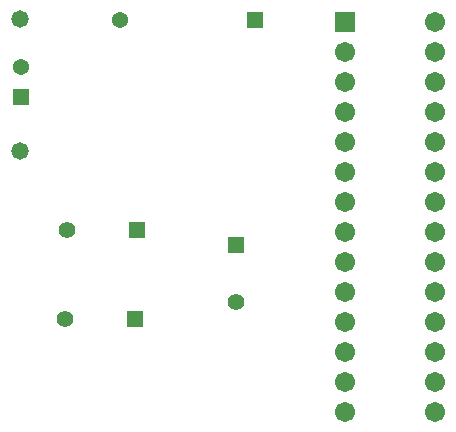
<source format=gts>
G04*
G04 #@! TF.GenerationSoftware,Altium Limited,Altium Designer,24.2.2 (26)*
G04*
G04 Layer_Color=8388736*
%FSLAX44Y44*%
%MOMM*%
G71*
G04*
G04 #@! TF.SameCoordinates,64B0A2ED-4F9C-458F-A6B1-0A69A07A9492*
G04*
G04*
G04 #@! TF.FilePolarity,Negative*
G04*
G01*
G75*
%ADD15C,1.3716*%
%ADD16R,1.3716X1.3716*%
%ADD17C,1.7032*%
%ADD18R,1.7032X1.7032*%
%ADD19R,1.3716X1.3716*%
%ADD20C,1.3970*%
%ADD21R,1.3970X1.3970*%
%ADD22R,1.4032X1.4032*%
%ADD23C,1.4032*%
%ADD24C,1.4732*%
D15*
X83820Y336550D02*
D03*
X167894Y375920D02*
D03*
D16*
X83820Y311150D02*
D03*
D17*
X434340Y44450D02*
D03*
Y69850D02*
D03*
Y95250D02*
D03*
Y120650D02*
D03*
Y146050D02*
D03*
Y171450D02*
D03*
Y196850D02*
D03*
Y222250D02*
D03*
Y247650D02*
D03*
Y273050D02*
D03*
Y298450D02*
D03*
Y323850D02*
D03*
Y349250D02*
D03*
Y374650D02*
D03*
X358140Y44450D02*
D03*
Y69850D02*
D03*
Y95250D02*
D03*
Y120650D02*
D03*
Y146050D02*
D03*
Y171450D02*
D03*
Y196850D02*
D03*
Y222250D02*
D03*
Y247650D02*
D03*
Y273050D02*
D03*
Y298450D02*
D03*
Y323850D02*
D03*
Y349250D02*
D03*
D18*
Y374650D02*
D03*
D19*
X281940Y375920D02*
D03*
D20*
X122616Y198120D02*
D03*
X121346Y123190D02*
D03*
D21*
X181610Y198120D02*
D03*
X180340Y123190D02*
D03*
D22*
X265430Y185690D02*
D03*
D23*
Y136890D02*
D03*
D24*
X82550Y377190D02*
D03*
Y265430D02*
D03*
M02*

</source>
